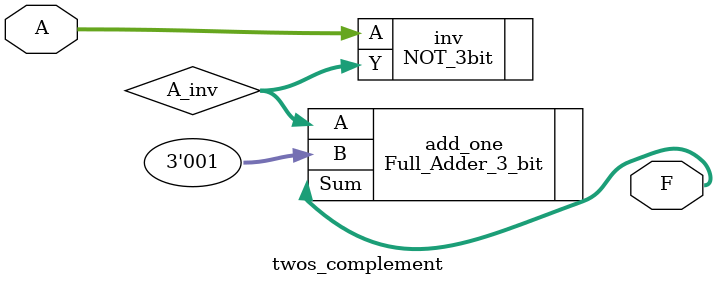
<source format=sv>
module twos_complement (
    input  logic [2:0] A,
    output logic [3:0] F
);
    logic [2:0] A_inv;
    NOT_3bit inv (.A(A), .Y(A_inv));

    // Add 1 to A_inv
    Full_Adder_3_bit add_one (.A(A_inv), .B(3'b001), .Sum(F));
endmodule

</source>
